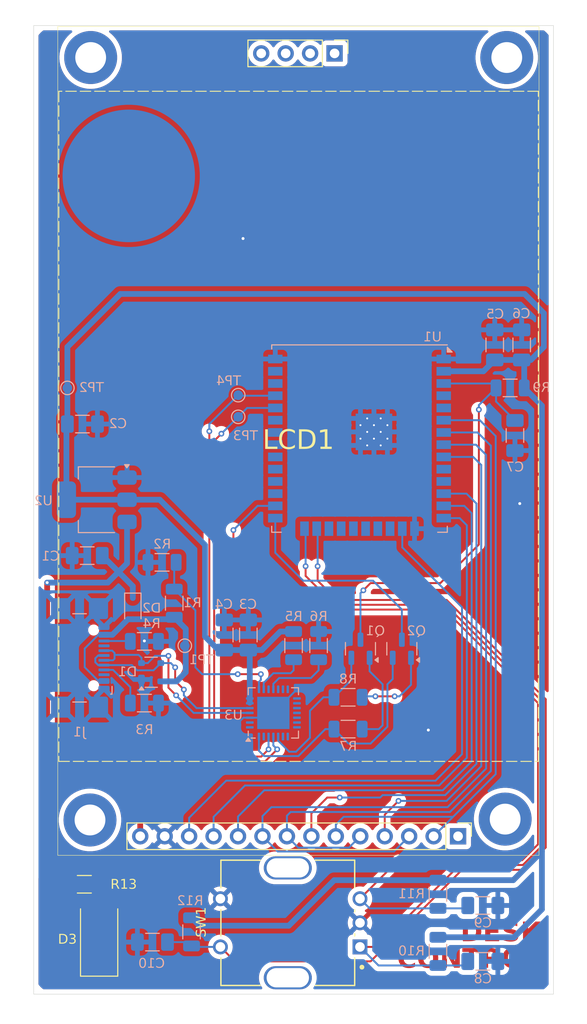
<source format=kicad_pcb>
(kicad_pcb (version 20241229) (generator "pcbnew") (generator_version "9.0")
  (layers (0 "F.Cu" signal) (2 "B.Cu" signal) (13 "F.Paste" user) (15 "B.Paste" user) (5 "F.SilkS" user "F.Silkscreen") (7 "B.SilkS" user "B.Silkscreen") (1 "F.Mask" user) (3 "B.Mask" user) (25 "Edge.Cuts" user))
  (net 0 "")
  (net 1 "GND")
  (net 2 "+5V")
  (net 3 "+3.3V")
  (net 4 "EN")
  (net 5 "ROT_1")
  (net 6 "ROT_2")
  (net 7 "ROT_BTN")
  (net 8 "USB_DP")
  (net 9 "USB_DN")
  (net 10 "USB_VBUS")
  (net 11 "Net-(D3-A)")
  (net 12 "Net-(J1-CC1)")
  (net 13 "Net-(J1-CC2)")
  (net 16 "LCD_DC")
  (net 17 "LCD_SDI")
  (net 18 "LCD_SDO")
  (net 19 "LCD_CS")
  (net 21 "LCD_SCK")
  (net 22 "LCD_LED")
  (net 24 "LCD_RESET")
  (net 28 "TOUCH_CS")
  (net 29 "~{RTS}")
  (net 30 "Net-(Q1-B)")
  (net 31 "Net-(Q2-B)")
  (net 32 "IO0")
  (net 33 "~{DTR}")
  (net 34 "Net-(U3-VBUS)")
  (net 35 "Net-(U3-~{RST})")
  (net 36 "Net-(U3-~{SUSPEND})")
  (net 40 "TXD")
  (net 50 "RXD")
  (footprint "LED_SMD:LED_2512_6332Metric" (layer "F.Cu") (at 62.8 139.7 90)
    (property "Reference" "D3")
    (property "Value" "LED")
  )
  (footprint "Custom:LCD_2.8_TFT" (layer "F.Cu") (at 83.5 88 -90)
    (property "Reference" "LCD1")
    (property "Value" "LCD_2.8IN_TFT" (hide yes))
  )
  (footprint "Custom:Bourns-PEC11R-4220F-S0024-0-0-0" (layer "F.Cu") (at 82.4 138 90)
    (property "Reference" "SW1")
    (property "Value" "RotaryEncoder_Switch" (hide yes))
  )
  (footprint "Resistor_SMD:R_1206_3216Metric" (layer "F.Cu") (at 61.2625 134 180)
    (property "Reference" "R13")
    (property "Value" "2k")
  )
  (footprint "Capacitor_SMD:C_1206_3216Metric_Pad1.33x1.80mm_HandSolder" (layer "B.Cu") (at 106 87.4375 -90)
    (property "Reference" "C7")
    (property "Value" "0u1")
  )
  (footprint "Resistor_SMD:R_1206_3216Metric" (layer "B.Cu") (at 105.5 82.5 180)
    (property "Reference" "R9")
    (property "Value" "10k")
  )
  (footprint "Capacitor_SMD:C_1206_3216Metric_Pad1.33x1.80mm_HandSolder" (layer "B.Cu") (at 61.0625 86.25)
    (property "Reference" "C2")
    (property "Value" "22u")
  )
  (footprint "Resistor_SMD:R_1206_3216Metric" (layer "B.Cu") (at 88.6625 117.9)
    (property "Reference" "R7")
    (property "Value" "10k")
  )
  (footprint "Capacitor_SMD:C_1206_3216Metric_Pad1.33x1.80mm_HandSolder" (layer "B.Cu") (at 68.3375 140 180)
    (property "Reference" "C10")
    (property "Value" "0u1")
  )
  (footprint "Resistor_SMD:R_1206_3216Metric" (layer "B.Cu") (at 69.3375 100.6)
    (property "Reference" "R2")
    (property "Value" "47k5")
  )
  (footprint "TestPoint:TestPoint_Pad_D1.0mm" (layer "B.Cu") (at 77.25 85.5 180)
    (property "Reference" "TP3")
    (property "Value" "TestPoint_Probe" (hide yes))
  )
  (footprint "Resistor_SMD:R_1206_3216Metric" (layer "B.Cu") (at 98 140.9625 -90)
    (property "Reference" "R10")
    (property "Value" "10k")
  )
  (footprint "TestPoint:TestPoint_Pad_D1.0mm" (layer "B.Cu") (at 59.5 82.5 180)
    (property "Reference" "TP2")
    (property "Value" "TestPoint_Probe" (hide yes))
  )
  (footprint "Capacitor_SMD:C_1206_3216Metric_Pad1.33x1.80mm_HandSolder" (layer "B.Cu") (at 61.5625 99.9 180)
    (property "Reference" "C1")
    (property "Value" "22u")
  )
  (footprint "Capacitor_SMD:C_1206_3216Metric_Pad1.33x1.80mm_HandSolder" (layer "B.Cu") (at 106.7 78.0375 -90)
    (property "Reference" "C6")
    (property "Value" "0u1")
  )
  (footprint "Resistor_SMD:R_1206_3216Metric" (layer "B.Cu") (at 85.6 109.2375 90)
    (property "Reference" "R6")
    (property "Value" "10k")
  )
  (footprint "Capacitor_SMD:C_1206_3216Metric_Pad1.33x1.80mm_HandSolder" (layer "B.Cu") (at 103.9 78.0375 -90)
    (property "Reference" "C5")
    (property "Value" "22u")
  )
  (footprint "Package_TO_SOT_SMD:SOT-23" (layer "B.Cu") (at 89.95 109.5625 90)
    (property "Reference" "Q1")
    (property "Value" "SS8050")
  )
  (footprint "Resistor_SMD:R_1206_3216Metric" (layer "B.Cu") (at 70.6 104.8375 90)
    (property "Reference" "R1")
    (property "Value" "22k1")
  )
  (footprint "Resistor_SMD:R_1206_3216Metric" (layer "B.Cu") (at 67.5 108.8)
    (property "Reference" "R4")
    (property "Value" "5k1")
  )
  (footprint "Capacitor_SMD:C_1206_3216Metric_Pad1.33x1.80mm_HandSolder" (layer "B.Cu") (at 102.6625 136.2)
    (property "Reference" "C9")
    (property "Value" "0u1")
  )
  (footprint "Resistor_SMD:R_1206_3216Metric" (layer "B.Cu") (at 98 135.0375 -90)
    (property "Reference" "R11")
    (property "Value" "10k")
  )
  (footprint "Diode_SMD:D_SOD-323F" (layer "B.Cu") (at 66.3 105.4 -90)
    (property "Reference" "D2")
    (property "Value" "D_Schottky")
  )
  (footprint "Resistor_SMD:R_1206_3216Metric" (layer "B.Cu") (at 67.5 115.2 180)
    (property "Reference" "R3")
    (property "Value" "5k1")
  )
  (footprint "RF_Module:ESP32-WROOM-32U" (layer "B.Cu") (at 89.85 87.755 180)
    (property "Reference" "U1")
    (property "Value" "ESP32-WROOM-32U")
  )
  (footprint "Package_TO_SOT_SMD:SOT-23" (layer "B.Cu") (at 94.25 109.5625 90)
    (property "Reference" "Q2")
    (property "Value" "SS8050")
  )
  (footprint "Capacitor_SMD:C_1206_3216Metric_Pad1.33x1.80mm_HandSolder" (layer "B.Cu") (at 102.6625 142)
    (property "Reference" "C8")
    (property "Value" "0u1")
  )
  (footprint "TestPoint:TestPoint_Pad_D1.0mm" (layer "B.Cu") (at 71.7 109.25 180)
    (property "Reference" "TP1")
    (property "Value" "TestPoint_Probe" (hide yes))
  )
  (footprint "Package_DFN_QFN:QFN-28-1EP_5x5mm_P0.5mm_EP3.35x3.35mm" (layer "B.Cu") (at 80.9 116.22)
    (property "Reference" "U3")
    (property "Value" "CP2102N-Axx-xQFN28")
  )
  (footprint "Package_TO_SOT_SMD:SOT-223-3_TabPin2" (layer "B.Cu") (at 62.55 94.1 180)
    (property "Reference" "U2")
    (property "Value" "AMS1117-3.3")
  )
  (footprint "Capacitor_SMD:C_1206_3216Metric_Pad1.33x1.80mm_HandSolder" (layer "B.Cu") (at 78.3 108.1375 -90)
    (property "Reference" "C3")
    (property "Value" "4u7")
  )
  (footprint "Connector_USB:USB_C_Receptacle_GCT_USB4110" (layer "B.Cu") (at 59.625 110.51 90)
    (property "Reference" "J1")
    (property "Value" "USB_C_Receptacle_USB2.0_16P")
  )
  (footprint "Resistor_SMD:R_1206_3216Metric" (layer "B.Cu") (at 88.6625 114.6)
    (property "Reference" "R8")
    (property "Value" "10k")
  )
  (footprint "Package_TO_SOT_SMD:SOT-143" (layer "B.Cu") (at 68.2 112)
    (property "Reference" "D1")
    (property "Value" "SP0503BAHT")
  )
  (footprint "Capacitor_SMD:C_1206_3216Metric_Pad1.33x1.80mm_HandSolder" (layer "B.Cu") (at 75.8 108.1375 90)
    (property "Reference" "C4")
    (property "Value" "0u1")
  )
  (footprint "TestPoint:TestPoint_Pad_D1.0mm" (layer "B.Cu") (at 77.25 83.25 180)
    (property "Reference" "TP4")
    (property "Value" "TestPoint_Probe" (hide yes))
  )
  (footprint "Resistor_SMD:R_1206_3216Metric" (layer "B.Cu") (at 83 109.2375 -90)
    (property "Reference" "R5")
    (property "Value" "1k")
  )
  (footprint "Resistor_SMD:R_1206_3216Metric" (layer "B.Cu") (at 72.4 138.9375 -90)
    (property "Reference" "R12")
    (property "Value" "10k")
  )
  (gr_circle (center 65.877175 60.5) (end 65.679997 53.625652) (fill yes) (layer "B.Cu"))
  (gr_rect (start 56 44.9) (end 110 145.4) (stroke (width 0.05)) (fill no) (layer "Edge.Cuts"))
  (gr_text "DESK\n" (at 108.75 140.25 0) (layer "F.Cu") (effects (font (size 2 2) (thickness 0.3) (bold yes)) (justify right bottom)))
  (gr_text "CONTROL" (at 108.75 143 0) (layer "F.Cu") (effects (font (size 2 2) (thickness 0.3) (bold yes)) (justify right bottom)))
  (via (at 77.75 67) (size 0.6) (drill 0.3) (layers "F.Cu" "B.Cu") (net 1))
  (via (at 97 118) (size 0.6) (drill 0.3) (layers "F.Cu" "B.Cu") (net 1))
  (via (at 106.5 94.5) (size 0.6) (drill 0.3) (layers "F.Cu" "B.Cu") (net 1))
  (via (at 67.5 108.75) (size 0.6) (drill 0.3) (layers "F.Cu" "B.Cu") (net 1))
  (segment (start 80.4 116.72) (end 80.9 116.22) (width 0.2) (layer "B.Cu") (net 1))
  (segment (start 83.5 113.75) (end 83.37 113.75) (width 0.2) (layer "B.Cu") (net 1))
  (segment (start 78.45 116.72) (end 80.4 116.72) (width 0.2) (layer "B.Cu") (net 1))
  (segment (start 77.78 116.72) (end 77.5 117) (width 0.2) (layer "B.Cu") (net 1))
  (segment (start 83.37 113.75) (end 80.9 116.22) (width 0.2) (layer "B.Cu") (net 1))
  (segment (start 78.45 116.72) (end 77.78 116.72) (width 0.2) (layer "B.Cu") (net 1))
  (segment (start 57.4 102.7) (end 57.4 123.2) (width 0.6) (layer "F.Cu") (net 2))
  (segment (start 57.4 132.9) (end 58.5 134) (width 0.6) (layer "F.Cu") (net 2))
  (segment (start 67.07 126.47) (end 63.8 123.2) (width 0.6) (layer "F.Cu") (net 2))
  (segment (start 58.5 134) (end 59.8 134) (width 0.6) (layer "F.Cu") (net 2))
  (segment (start 57.4 123.2) (end 57.4 132.9) (width 0.6) (layer "F.Cu") (net 2))
  (segment (start 67.07 129.02) (end 67.07 126.47) (width 0.6) (layer "F.Cu") (net 2))
  (segment (start 57.4 123.2) (end 63.8 123.2) (width 0.6) (layer "F.Cu") (net 2))
  (via (at 57.4 102.7) (size 0.6) (drill 0.3) (layers "F.Cu" "B.Cu") (net 2))
  (segment (start 66.3 103.075) (end 64.8125 101.5875) (width 0.6) (layer "B.Cu") (net 2))
  (segment (start 66.3 104.3) (end 66.3 103.075) (width 0.6) (layer "B.Cu") (net 2))
  (segment (start 65.7 100.7) (end 65.7 96.4) (width 0.6) (layer "B.Cu") (net 2))
  (segment (start 63.7 102.7) (end 57.4 102.7) (width 0.6) (layer "B.Cu") (net 2))
  (segment (start 64.8125 101.5875) (end 65.7 100.7) (width 0.6) (layer "B.Cu") (net 2))
  (segment (start 64.8125 101.5875) (end 63.7 102.7) (width 0.6) (layer "B.Cu") (net 2))
  (segment (start 64.8125 101.5875) (end 63.125 99.9) (width 0.6) (layer "B.Cu") (net 2))
  (segment (start 98 139.5) (end 105.9 139.5) (width 0.6) (layer "B.Cu") (net 3))
  (segment (start 69.1 94.1) (end 65.7 94.1) (width 0.6) (layer "B.Cu") (net 3))
  (segment (start 83 107.775) (end 81.625 107.775) (width 0.6) (layer "B.Cu") (net 3))
  (segment (start 106.9625 82.5) (end 106.9625 79.8625) (width 0.6) (layer "B.Cu") (net 3))
  (segment (start 73.8 98.8) (end 69.1 94.1) (width 0.6) (layer "B.Cu") (net 3))
  (segment (start 98 133.575) (end 87.225 133.575) (width 0.6) (layer "B.Cu") (net 3))
  (segment (start 108.8 130.6) (end 108.8 84.3375) (width 0.6) (layer "B.Cu") (net 3))
  (segment (start 105.9 139.5) (end 108.8 136.6) (width 0.6) (layer "B.Cu") (net 3))
  (segment (start 75.8 109.7) (end 75.2 109.7) (width 0.6) (layer "B.Cu") (net 3))
  (segment (start 59.5 86.25) (end 59.5 78.25) (width 0.6) (layer "B.Cu") (net 3))
  (segment (start 73.8 108.3) (end 73.8 98.8) (width 0.6) (layer "B.Cu") (net 3))
  (segment (start 59.5 78.25) (end 65 72.75) (width 0.6) (layer "B.Cu") (net 3))
  (segment (start 109 78.25) (end 107.65 79.6) (width 0.6) (layer "B.Cu") (net 3))
  (segment (start 106.9625 79.8625) (end 106.7 79.6) (width 0.6) (layer "B.Cu") (net 3))
  (segment (start 78.45 114.72) (end 78.45 115.167) (width 0.6) (layer "B.Cu") (net 3))
  (segment (start 107.65 79.6) (end 106.7 79.6) (width 0.6) (layer "B.Cu") (net 3))
  (segment (start 87.225 133.575) (end 82.5 138.3) (width 0.6) (layer "B.Cu") (net 3))
  (segment (start 59.4 94.1) (end 59.4 86.025) (width 0.6) (layer "B.Cu") (net 3))
  (segment (start 98 133.575) (end 105.825 133.575) (width 0.6) (layer "B.Cu") (net 3))
  (segment (start 103.9 79.6) (end 102.73 80.77) (width 0.6) (layer "B.Cu") (net 3))
  (segment (start 108.8 84.3375) (end 106.9625 82.5) (width 0.6) (layer "B.Cu") (net 3))
  (segment (start 82.5 138.3) (end 73.225 138.3) (width 0.6) (layer "B.Cu") (net 3))
  (segment (start 105.825 133.575) (end 108.8 130.6) (width 0.6) (layer "B.Cu") (net 3))
  (segment (start 75.2 109.7) (end 73.8 108.3) (width 0.6) (layer "B.Cu") (net 3))
  (segment (start 59.4 94.1) (end 65.7 94.1) (width 0.6) (layer "B.Cu") (net 3))
  (segment (start 78.45 109.85) (end 78.3 109.7) (width 0.6) (layer "B.Cu") (net 3))
  (segment (start 108.8 136.6) (end 108.8 130.6) (width 0.6) (layer "B.Cu") (net 3))
  (segment (start 73.225 138.3) (end 72.4 137.475) (width 0.6) (layer "B.Cu") (net 3))
  (segment (start 78.45 114.72) (end 78.45 109.85) (width 0.6) (layer "B.Cu") (net 3))
  (segment (start 109 74.75) (end 109 78.25) (width 0.6) (layer "B.Cu") (net 3))
  (segment (start 107 72.75) (end 109 74.75) (width 0.6) (layer "B.Cu") (net 3))
  (segment (start 102.73 80.77) (end 98.6 80.77) (width 0.6) (layer "B.Cu") (net 3))
  (segment (start 79.7 109.7) (end 78.3 109.7) (width 0.6) (layer "B.Cu") (net 3))
  (segment (start 81.625 107.775) (end 79.7 109.7) (width 0.6) (layer "B.Cu") (net 3))
  (segment (start 65 72.75) (end 107 72.75) (width 0.6) (layer "B.Cu") (net 3))
  (segment (start 78.3 109.7) (end 75.8 109.7) (width 0.6) (layer "B.Cu") (net 3))
  (segment (start 106.7 79.6) (end 103.9 79.6) (width 0.6) (layer "B.Cu") (net 3))
  (segment (start 102.25 98.75) (end 102.25 84.75) (width 0.2) (layer "F.Cu") (net 4))
  (segment (start 98.25 102.75) (end 102.25 98.75) (width 0.2) (layer "F.Cu") (net 4))
  (segment (start 90.25 103.5) (end 91 102.75) (width 0.2) (layer "F.Cu") (net 4))
  (segment (start 91 102.75) (end 98.25 102.75) (width 0.2) (layer "F.Cu") (net 4))
  (via (at 90.25 103.5) (size 0.6) (drill 0.3) (layers "F.Cu" "B.Cu") (net 4))
  (via (at 102.25 84.75) (size 0.6) (drill 0.3) (layers "F.Cu" "B.Cu") (net 4))
  (segment (start 104.0375 82.5) (end 104.0375 83.9125) (width 0.2) (layer "B.Cu") (net 4))
  (segment (start 104.0375 83.9125) (end 106 85.875) (width 0.2) (layer "B.Cu") (net 4))
  (segment (start 102.25 84.2875) (end 104.0375 82.5) (width 0.2) (layer "B.Cu") (net 4))
  (segment (start 89.95 108.625) (end 89.95 103.8) (width 0.2) (layer "B.Cu") (net 4))
  (segment (start 89.95 103.8) (end 90.25 103.5) (width 0.2) (layer "B.Cu") (net 4))
  (segment (start 98.6 82.04) (end 103.5775 82.04) (width 0.2) (layer "B.Cu") (net 4))
  (segment (start 102.25 84.75) (end 102.25 84.2875) (width 0.2) (layer "B.Cu") (net 4))
  (segment (start 103.5775 82.04) (end 104.0375 82.5) (width 0.2) (layer "B.Cu") (net 4))
  (segment (start 100.25 132) (end 91.75 140.5) (width 0.2) (layer "F.Cu") (net 5))
  (segment (start 108.8 115) (end 108.8 130.0171) (width 0.2) (layer "F.Cu") (net 5))
  (segment (start 108.8 130.0171) (end 106.8171 132) (width 0.2) (layer "F.Cu") (net 5))
  (segment (start 84.25 102) (end 87.25 105) (width 0.2) (layer "F.Cu") (net 5))
  (segment (start 106.8171 132) (end 100.25 132) (width 0.2) (layer "F.Cu") (net 5))
  (segment (start 84.25 101) (end 84.25 102) (width 0.2) (layer "F.Cu") (net 5))
  (segment (start 87.25 105) (end 98.8 105) (width 0.2) (layer "F.Cu") (net 5))
  (segment (start 98.8 105) (end 108.8 115) (width 0.2) (layer "F.Cu") (net 5))
  (segment (start 91.75 140.5) (end 89.9 140.5) (width 0.2) (layer "F.Cu") (net 5))
  (via (at 84.25 101) (size 0.6) (drill 0.3) (layers "F.Cu" "B.Cu") (net 5))
  (segment (start 91.825 142.425) (end 89.9 140.5) (width 0.2) (layer "B.Cu") (net 5))
  (segment (start 84.25 101) (end 84.25 97.22) (width 0.2) (layer "B.Cu") (net 5))
  (segment (start 100.675 142.425) (end 101.1 142) (width 0.2) (layer "B.Cu") (net 5))
  (segment (start 101.2 142) (end 101 142) (width 0.2) (layer "B.Cu") (net 5))
  (segment (start 84.25 97.22) (end 84.135 97.105) (width 0.2) (layer "B.Cu") (net 5))
  (segment (start 98 142.425) (end 91.825 142.425) (width 0.2) (layer "B.Cu") (net 5))
  (segment (start 98 142.425) (end 100.675 142.425) (width 0.2) (layer "B.Cu") (net 5))
  (segment (start 99.2 106) (end 98.75 106) (width 0.2) (layer "F.Cu") (net 6))
  (segment (start 76.75 98.5) (end 76.75 97.25) (width 0.2) (layer "F.Cu") (net 6))
  (segment (start 93.9 131.5) (end 106.75 131.5) (width 0.2) (layer "F.Cu") (net 6))
  (segment (start 83.75 105.5) (end 76.75 98.5) (width 0.2) (layer "F.Cu") (net 6))
  (segment (start 98.25 105.5) (end 83.75 105.5) (width 0.2) (layer "F.Cu") (net 6))
  (segment (start 108.4 129.85) (end 108.4 115.2) (width 0.2) (layer "F.Cu") (net 6))
  (segment (start 108.4 115.2) (end 99.2 106) (width 0.2) (layer "F.Cu") (net 6))
  (segment (start 89.9 135.5) (end 93.9 131.5) (width 0.2) (layer "F.Cu") (net 6))
  (segment (start 106.75 131.5) (end 108.4 129.85) (width 0.2) (layer "F.Cu") (net 6))
  (segment (start 98.75 106) (end 98.25 105.5) (width 0.2) (layer "F.Cu") (net 6))
  (via (at 76.75 97.25) (size 0.6) (drill 0.3) (layers "F.Cu" "B.Cu") (net 6))
  (segment (start 100.8 136.5) (end 101.1 136.2) (width 0.2) (layer "B.Cu") (net 6))
  (segment (start 76.75 97.25) (end 79.26 94.74) (width 0.2) (layer "B.Cu") (net 6))
  (segment (start 79.26 94.74) (end 81.1 94.74) (width 0.2) (layer "B.Cu") (net 6))
  (segment (start 98 136.5) (end 100.8 136.5) (width 0.2) (layer "B.Cu") (net 6))
  (segment (start 90.9 136.5) (end 89.9 135.5) (width 0.2) (layer "B.Cu") (net 6))
  (segment (start 98 136.5) (end 90.9 136.5) (width 0.2) (layer "B.Cu") (net 6))
  (segment (start 106.9 132.5) (end 100.5 132.5) (width 0.2) (layer "F.Cu") (net 7))
  (segment (start 100.5 132.5) (end 91 142) (width 0.2) (layer "F.Cu") (net 7))
  (segment (start 109 130.3842) (end 109 130.4) (width 0.2) (layer "F.Cu") (net 7))
  (segment (start 109.2 130.1842) (end 109 130.3842) (width 0.2) (layer "F.Cu") (net 7))
  (segment (start 109.2 114.8) (end 109.2 130.1842) (width 0.2) (layer "F.Cu") (net 7))
  (segment (start 85.5 101) (end 85.5 102.5) (width 0.2) (layer "F.Cu") (net 7))
  (segment (start 91 142) (end 76.9 142) (width 0.2) (layer "F.Cu") (net 7))
  (segment (start 85.5 102.5) (end 87.5 104.5) (width 0.2) (layer "F.Cu") (net 7))
  (segment (start 98.9 104.5) (end 109.2 114.8) (width 0.2) (layer "F.Cu") (net 7))
  (segment (start 76.9 142) (end 75.4 140.5) (width 0.2) (layer "F.Cu") (net 7))
  (segment (start 109 130.4) (end 106.9 132.5) (width 0.2) (layer "F.Cu") (net 7))
  (segment (start 87.5 104.5) (end 98.9 104.5) (width 0.2) (layer "F.Cu") (net 7))
  (via (at 85.5 101) (size 0.6) (drill 0.3) (layers "F.Cu" "B.Cu") (net 7))
  (segment (start 72.2 140.4) (end 71.8 140) (width 0.2) (layer "B.Cu") (net 7))
  (segment (start 85.5 97.2) (end 85.405 97.105) (width 0.2) (layer "B.Cu") (net 7))
  (segment (start 72.5 140.5) (end 72.4 140.4) (width 0.2) (layer "B.Cu") (net 7))
  (segment (start 72.4 140.4) (end 72.2 140.4) (width 0.2) (layer "B.Cu") (net 7))
  (segment (start 75.4 140.5) (end 72.5 140.5) (width 0.2) (layer "B.Cu") (net 7))
  (segment (start 71.8 140) (end 69.9 140) (width 0.2) (layer "B.Cu") (net 7))
  (segment (start 85.5 101) (end 85.5 97.2) (width 0.2) (layer "B.Cu") (net 7))
  (segment (start 70.8 114.4) (end 70 113.6) (width 0.2) (layer "F.Cu") (net 8))
  (segment (start 70 113.6) (end 70 110.3) (width 0.2) (layer "F.Cu") (net 8))
  (via (at 70.8 114.4) (size 0.6) (drill 0.3) (layers "F.Cu" "B.Cu") (net 8))
  (via (at 70 110.3) (size 0.6) (drill 0.3) (layers "F.Cu" "B.Cu") (net 8))
  (segment (start 66.9 110.2) (end 67.2 110.5) (width 0.2) (layer "B.Cu") (net 8))
  (segment (start 64.4 110) (end 64.16 109.76) (width 0.2) (layer "B.Cu") (net 8))
  (segment (start 68.6 110.3) (end 70 110.3) (width 0.2) (layer "B.Cu") (net 8))
  (segment (start 64.24 110.76) (end 64.4 110.6) (width 0.2) (layer "B.Cu") (net 8))
  (segment (start 63.305 110.76) (end 64.24 110.76) (width 0.2) (layer "B.Cu") (net 8))
  (segment (start 66.9 110.2) (end 64.4 110.2) (width 0.2) (layer "B.Cu") (net 8))
  (segment (start 64.16 109.76) (end 63.305 109.76) (width 0.2) (layer "B.Cu") (net 8))
  (segment (start 67.85 111.05) (end 68.6 110.3) (width 0.2) (layer "B.Cu") (net 8))
  (segment (start 67.2 110.5) (end 67.2 111.05) (width 0.2) (layer "B.Cu") (net 8))
  (segment (start 64.4 110.6) (end 64.4 110.2) (width 0.2) (layer "B.Cu") (net 8))
  (segment (start 70.8 114.4) (end 72.62 116.22) (width 0.2) (layer "B.Cu") (net 8))
  (segment (start 67.2 111.05) (end 67.85 111.05) (width 0.2) (layer "B.Cu") (net 8))
  (segment (start 64.4 110.2) (end 64.4 110) (width 0.2) (layer "B.Cu") (net 8))
  (segment (start 72.62 116.22) (end 78.45 116.22) (width 0.2) (layer "B.Cu") (net 8))
  (segment (start 71.6 113.8) (end 70.7 112.9) (width 0.2) (layer "F.Cu") (net 9))
  (segment (start 70.7 112.9) (end 70.7 111.5) (width 0.2) (layer "F.Cu") (net 9))
  (via (at 71.6 113.8) (size 0.6) (drill 0.3) (layers "F.Cu" "B.Cu") (net 9))
  (via (at 70.7 111.5) (size 0.6) (drill 0.3) (layers "F.Cu" "B.Cu") (net 9))
  (segment (start 72.92 115.72) (end 78.45 115.72) (width 0.2) (layer "B.Cu") (net 9))
  (segment (start 71.6 114.4) (end 72.92 115.72) (width 0.2) (layer "B.Cu") (net 9))
  (segment (start 68.45 111.8) (end 66.74 111.8) (width 0.2) (layer "B.Cu") (net 9))
  (segment (start 62.696176 110.26) (end 63.305 110.26) (width 0.2) (layer "B.Cu") (net 9))
  (segment (start 62.696176 111.26) (end 62.4 110.963824) (width 0.2) (layer "B.Cu") (net 9))
  (segment (start 69.2 111.05) (end 68.45 111.8) (width 0.2) (layer "B.Cu") (net 9))
  (segment (start 69.2 111.05) (end 70.25 111.05) (width 0.2) (layer "B.Cu") (net 9))
  (segment (start 66.74 111.8) (end 66.2 111.26) (width 0.2) (layer "B.Cu") (net 9))
  (segment (start 62.4 110.556176) (end 62.696176 110.26) (width 0.2) (layer "B.Cu") (net 9))
  (segment (start 63.305 111.26) (end 62.696176 111.26) (width 0.2) (layer "B.Cu") (net 9))
  (segment (start 66.2 111.26) (end 63.305 111.26) (width 0.2) (layer "B.Cu") (net 9))
  (segment (start 71.6 113.8) (end 71.6 114.4) (width 0.2) (layer "B.Cu") (net 9))
  (segment (start 62.4 110.963824) (end 62.4 110.556176) (width 0.2) (layer "B.Cu") (net 9))
  (segment (start 70.25 111.05) (end 70.7 111.5) (width 0.2) (layer "B.Cu") (net 9))
  (segment (start 65.793253 106.5) (end 66.3 106.5) (width 0.6) (layer "B.Cu") (net 10))
  (segment (start 64.183253 108.11) (end 65.793253 106.5) (width 0.6) (layer "B.Cu") (net 10))
  (segment (start 63.305 112.91) (end 62.730001 112.91) (width 0.2) (layer "B.Cu") (net 10))
  (segment (start 71.8 112) (end 70.85 112.95) (width 0.6) (layer "B.Cu") (net 10))
  (segment (start 62.730001 108.11) (end 63.305 108.11) (width 0.2) (layer "B.Cu") (net 10))
  (segment (start 70.85 112.95) (end 69.2 112.95) (width 0.6) (layer "B.Cu") (net 10))
  (segment (start 61.3 109.540001) (end 62.730001 108.11) (width 0.2) (layer "B.Cu") (net 10))
  (segment (start 70.4 106.5) (end 70.6 106.3) (width 0.6) (layer "B.Cu") (net 10))
  (segment (start 71.8 107.5) (end 71.8 112) (width 0.6) (layer "B.Cu") (net 10))
  (segment (start 62.730001 112.91) (end 61.3 111.479999) (width 0.2) (layer "B.Cu") (net 10))
  (segment (start 63.305 108.11) (end 64.183253 108.11) (width 0.6) (layer "B.Cu") (net 10))
  (segment (start 70.6 106.3) (end 71.8 107.5) (width 0.6) (layer "B.Cu") (net 10))
  (segment (start 61.3 111.479999) (end 61.3 109.540001) (width 0.2) (layer "B.Cu") (net 10))
  (segment (start 66.3 106.5) (end 70.4 106.5) (width 0.6) (layer "B.Cu") (net 10))
  (segment (start 62.725 134) (end 62.725 136.725) (width 0.2) (layer "F.Cu") (net 11))
  (segment (start 62.725 136.725) (end 62.8 136.8) (width 0.2) (layer "F.Cu") (net 11))
  (segment (start 63.305 111.76) (end 64.25 111.76) (width 0.2) (layer "B.Cu") (net 12))
  (segment (start 66.0375 113.5475) (end 66.0375 115.2) (width 0.2) (layer "B.Cu") (net 12))
  (segment (start 64.25 111.76) (end 66.0375 113.5475) (width 0.2) (layer "B.Cu") (net 12))
  (segment (start 65.96 108.76) (end 66 108.8) (width 0.2) (layer "B.Cu") (net 13))
  (segment (start 63.305 108.76) (end 65.96 108.76) (width 0.2) (layer "B.Cu") (net 13))
  (segment (start 100.74 94.74) (end 98.6 94.74) (width 0.2) (layer "B.Cu") (net 16))
  (segment (start 101.5 95.5) (end 100.74 94.74) (width 0.2) (layer "B.Cu") (net 16))
  (segment (start 101.5 121.25) (end 101.5 95.5) (width 0.2) (layer "B.Cu") (net 16))
  (segment (start 77.23 126.97) (end 79.95 124.25) (width 0.2) (layer "B.Cu") (net 16))
  (segment (start 77.23 129.02) (end 77.23 126.97) (width 0.2) (layer "B.Cu") (net 16))
  (segment (start 79.95 124.25) (end 98.5 124.25) (width 0.2) (layer "B.Cu") (net 16))
  (segment (start 98.5 124.25) (end 101.5 121.25) (width 0.2) (layer "B.Cu") (net 16))
  (segment (start 79.77 129.02) (end 79.77 126.93) (width 0.2) (layer "B.Cu") (net 17))
  (segment (start 93.43 130.6) (end 81.35 130.6) (width 0.2) (layer "B.Cu") (net 17))
  (segment (start 101.945 88.39) (end 98.6 88.39) (width 0.2) (layer "B.Cu") (net 17))
  (segment (start 79.77 126.93) (end 80.7 126) (width 0.2) (layer "B.Cu") (net 17))
  (segment (start 81.35 130.6) (end 79.77 129.02) (width 0.2) (layer "B.Cu") (net 17))
  (segment (start 103 89.445) (end 101.945 88.39) (width 0.2) (layer "B.Cu") (net 17))
  (segment (start 103 122) (end 103 89.445) (width 0.2) (layer "B.Cu") (net 17))
  (segment (start 99 126) (end 103 122) (width 0.2) (layer "B.Cu") (net 17))
  (segment (start 80.7 126) (end 99 126) (width 0.2) (layer "B.Cu") (net 17))
  (segment (start 95.01 129.02) (end 93.43 130.6) (width 0.2) (layer "B.Cu") (net 17))
  (segment (start 102.35 85.85) (end 104 87.5) (width 0.2) (layer "B.Cu") (net 18))
  (segment (start 104 122.57) (end 97.55 129.02) (width 0.2) (layer "B.Cu") (net 18))
  (segment (start 88.2 127) (end 99.57 127) (width 0.2) (layer "B.Cu") (net 18))
  (segment (start 87.39 129.02) (end 87.39 127.81) (width 0.2) (layer "B.Cu") (net 18))
  (segment (start 98.6 85.85) (end 102.35 85.85) (width 0.2) (layer "B.Cu") (net 18))
  (segment (start 104 87.5) (end 104 122.57) (width 0.2) (layer "B.Cu") (net 18))
  (segment (start 87.39 127.81) (end 88.2 127) (width 0.2) (layer "B.Cu") (net 18))
  (segment (start 72.15 129.02) (end 72.15 127.1) (width 0.2) (layer "B.Cu") (net 19))
  (segment (start 97.75 123.25) (end 100.5 120.5) (width 0.2) (layer "B.Cu") (net 19))
  (segment (start 94.295 99.045) (end 94.295 97.105) (width 0.2) (layer "B.Cu") (net 19))
  (segment (start 76 123.25) (end 97.75 123.25) (width 0.2) (layer "B.Cu") (net 19))
  (segment (start 100.5 105.25) (end 94.295 99.045) (width 0.2) (layer "B.Cu") (net 19))
  (segment (start 100.5 120.5) (end 100.5 105.25) (width 0.2) (layer "B.Cu") (net 19))
  (segment (start 72.15 127.1) (end 76 123.25) (width 0.2) (layer "B.Cu") (net 19))
  (segment (start 103.5 122.25) (end 103.5 88.5) (width 0.2) (layer "B.Cu") (net 21))
  (segment (start 89.93 129.02) (end 88.75 130.2) (width 0.2) (layer "B.Cu") (net 21))
  (segment (start 82.31 126.89) (end 82.7 126.5) (width 0.2) (layer "B.Cu") (net 21))
  (segment (start 82.7 126.5) (end 99.25 126.5) (width 0.2) (layer "B.Cu") (net 21))
  (segment (start 83.49 130.2) (end 82.31 129.02) (width 0.2) (layer "B.Cu") (net 21))
  (segment (start 82.31 129.02) (end 82.31 126.89) (width 0.2) (layer "B.Cu") (net 21))
  (segment (start 88.75 130.2) (end 83.49 130.2) (width 0.2) (layer "B.Cu") (net 21))
  (segment (start 102.12 87.12) (end 98.6 87.12) (width 0.2) (layer "B.Cu") (net 21))
  (segment (start 99.25 126.5) (end 103.5 122.25) (width 0.2) (layer "B.Cu") (net 21))
  (segment (start 103.5 88.5) (end 102.12 87.12) (width 0.2) (layer "B.Cu") (net 21))
  (segment (start 87.8 125) (end 86.5 125) (width 0.2) (layer "F.Cu") (net 22))
  (segment (start 86.5 125) (end 84.85 126.65) (width 0.2) (layer "F.Cu") (net 22))
  (segment (start 84.85 126.65) (end 84.85 129.02) (width 0.2) (layer "F.Cu") (net 22))
  (via (at 87.8 125) (size 0.6) (drill 0.3) (layers "F.Cu" "B.Cu") (net 22))
  (segment (start 102 121.5) (end 102 94.5) (width 0.2) (layer "B.Cu") (net 22))
  (segment (start 98.75 124.75) (end 102 121.5) (width 0.2) (layer "B.Cu") (net 22))
  (segment (start 92.25 124.75) (end 98.75 124.75) (width 0.2) (layer "B.Cu") (net 22))
  (segment (start 102 94.5) (end 100.97 93.47) (width 0.2) (layer "B.Cu") (net 22))
  (segment (start 100.97 93.47) (end 98.6 93.47) (width 0.2) (layer "B.Cu") (net 22))
  (segment (start 92 125) (end 92.25 124.75) (width 0.2) (layer "B.Cu") (net 22))
  (segment (start 87.8 125) (end 92 125) (width 0.2) (layer "B.Cu") (net 22))
  (segment (start 77.95 123.75) (end 74.69 127.01) (width 0.2) (layer "B.Cu") (net 24))
  (segment (start 101 96.75) (end 101 120.875) (width 0.2) (layer "B.Cu") (net 24))
  (segment (start 100.26 96.01) (end 101 96.75) (width 0.2) (layer "B.Cu") (net 24))
  (segment (start 74.69 127.01) (end 74.69 129.02) (width 0.2) (layer "B.Cu") (net 24))
  (segment (start 101 120.875) (end 98.125 123.75) (width 0.2) (layer "B.Cu") (net 24))
  (segment (start 98.125 123.75) (end 77.95 123.75) (width 0.2) (layer "B.Cu") (net 24))
  (segment (start 98.6 96.01) (end 100.26 96.01) (width 0.2) (layer "B.Cu") (net 24))
  (segment (start 92.47 126.78) (end 92.47 129.02) (width 0.2) (layer "F.Cu") (net 28))
  (segment (start 93.9 125.35) (end 92.47 126.78) (width 0.2) (layer "F.Cu") (net 28))
  (via (at 93.9 125.35) (size 0.6) (drill 0.3) (layers "F.Cu" "B.Cu") (net 28))
  (segment (start 98.9 125.35) (end 98.925 125.325) (width 0.2) (layer "B.Cu") (net 28))
  (segment (start 101.66 89.66) (end 98.6 89.66) (width 0.2) (layer "B.Cu") (net 28))
  (segment (start 102.5 121.75) (end 102.5 90.5) (width 0.2) (layer "B.Cu") (net 28))
  (segment (start 102.5 90.5) (end 101.66 89.66) (width 0.2) (layer "B.Cu") (net 28))
  (segment (start 98.925 125.325) (end 102.5 121.75) (width 0.2) (layer "B.Cu") (net 28))
  (segment (start 93.9 125.35) (end 98.9 125.35) (width 0.2) (layer "B.Cu") (net 28))
  (segment (start 89 112.8) (end 89 110.5) (width 0.2) (layer "B.Cu") (net 29))
  (segment (start 84.7 118.8) (end 84.7 116) (width 0.2) (layer "B.Cu") (net 29))
  (segment (start 87.2 114.6) (end 89 112.8) (width 0.2) (layer "B.Cu") (net 29))
  (segment (start 83.25 120.25) (end 84.7 118.8) (width 0.2) (layer "B.Cu") (net 29))
  (segment (start 82.55 120.25) (end 83.25 120.25) (width 0.2) (layer "B.Cu") (net 29))
  (segment (start 81.4 119.1) (end 82.55 120.25) (width 0.2) (layer "B.Cu") (net 29))
  (segment (start 88.8 110.5) (end 89 110.5) (width 0.2) (layer "B.Cu") (net 29))
  (segment (start 86.1 114.6) (end 87.2 114.6) (width 0.2) (layer "B.Cu") (net 29))
  (segment (start 84.7 116) (end 86.1 114.6) (width 0.2) (layer "B.Cu") (net 29))
  (segment (start 81.4 118.67) (end 81.4 119.1) (width 0.2) (layer "B.Cu") (net 29))
  (segment (start 90.9 111.9) (end 90.9 110.5) (width 0.2) (layer "B.Cu") (net 30))
  (segment (start 92.25 113.25) (end 90.9 111.9) (width 0.2) (layer "B.Cu") (net 30))
  (segment (start 92.25 117.5) (end 92.25 113.25) (width 0.2) (layer "B.Cu") (net 30))
  (segment (start 91.85 117.9) (end 92.25 117.5) (width 0.2) (layer "B.Cu") (net 30))
  (segment (start 90.125 117.9) (end 91.85 117.9) (width 0.2) (layer "B.Cu") (net 30))
  (segment (start 93.5 114.5) (end 91.5 114.5) (width 0.2) (layer "F.Cu") (net 31))
  (via (at 93.5 114.5) (size 0.6) (drill 0.3) (layers "F.Cu" "B.Cu") (net 31))
  (via (at 91.5 114.5) (size 0.6) (drill 0.3) (layers "F.Cu" "B.Cu") (net 31))
  (segment (start 94 114.5) (end 93.5 114.5) (width 0.2) (layer "B.Cu") (net 31))
  (segment (start 91.5 114.5) (end 90.225 114.5) (width 0.2) (layer "B.Cu") (net 31))
  (segment (start 90.225 114.5) (end 90.125 114.6) (width 0.2) (layer "B.Cu") (net 31))
  (segment (start 95.2 113.3) (end 94 114.5) (width 0.2) (layer "B.Cu") (net 31))
  (segment (start 95.2 110.5) (end 95.2 113.3) (width 0.2) (layer "B.Cu") (net 31))
  (segment (start 84 102.5) (end 81.1 99.6) (width 0.2) (layer "B.Cu") (net 32))
  (segment (start 91.25 102.5) (end 84 102.5) (width 0.2) (layer "B.Cu") (net 32))
  (segment (start 81.1 99.6) (end 81.1 96.01) (width 0.2) (layer "B.Cu") (net 32))
  (segment (start 94.25 105.5) (end 91.25 102.5) (width 0.2) (layer "B.Cu") (net 32))
  (segment (start 94.25 108.625) (end 94.25 105.5) (width 0.2) (layer "B.Cu") (net 32))
  (segment (start 87.2 117.9) (end 88.7 119.4) (width 0.2) (layer "B.Cu") (net 33))
  (segment (start 92.75 117.65) (end 92.75 113.25) (width 0.2) (layer "B.Cu") (net 33))
  (segment (start 83.5 120.7) (end 86.3 117.9) (width 0.2) (layer "B.Cu") (net 33))
  (segment (start 79.4 118.67) (end 79.4 120.15) (width 0.2) (layer "B.Cu") (net 33))
  (segment (start 79.4 120.15) (end 79.95 120.7) (width 0.2) (layer "B.Cu") (net 33))
  (segment (start 93.3 112.7) (end 93.3 110.5) (width 0.2) (layer "B.Cu") (net 33))
  (segment (start 88.7 119.4) (end 91 119.4) (width 0.2) (layer "B.Cu") (net 33))
  (segment (start 86.3 117.9) (end 87.2 117.9) (width 0.2) (layer "B.Cu") (net 33))
  (segment (start 91 119.4) (end 92.75 117.65) (width 0.2) (layer "B.Cu") (net 33))
  (segment (start 92.75 113.25) (end 93.3 112.7) (width 0.2) (layer "B.Cu") (net 33))
  (segment (start 79.95 120.7) (end 83.5 120.7) (width 0.2) (layer "B.Cu") (net 33))
  (segment (start 79.6 112.2) (end 77.2 112.2) (width 0.2) (layer "F.Cu") (net 34))
  (via (at 79.6 112.2) (size 0.6) (drill 0.3) (layers "F.Cu" "B.Cu") (net 34))
  (via (at 77.2 112.2) (size 0.6) (drill 0.3) (layers "F.Cu" "B.Cu") (net 34))
  (segment (start 79.6 112.8) (end 79.6 112.2) (width 0.2) (layer "B.Cu") (net 34))
  (segment (start 70.6 103.375) (end 70.6 100.8) (width 0.2) (layer "B.Cu") (net 34))
  (segment (start 79.4 113) (end 79.6 112.8) (width 0.2) (layer "B.Cu") (net 34))
  (segment (start 72.8 111.5) (end 72.8 105.575) (width 0.2) (layer "B.Cu") (net 34))
  (segment (start 77.2 112.2) (end 73.5 112.2) (width 0.2) (layer "B.Cu") (net 34))
  (segment (start 72.8 105.575) (end 70.6 103.375) (width 0.2) (layer "B.Cu") (net 34))
  (segment (start 73.5 112.2) (end 72.8 111.5) (width 0.2) (layer "B.Cu") (net 34))
  (segment (start 79.4 113.77) (end 79.4 113) (width 0.2) (layer "B.Cu") (net 34))
  (segment (start 70.6 100.8) (end 70.8 100.6) (width 0.2) (layer "B.Cu") (net 34))
  (segment (start 80.9 112.1) (end 79.9 113.1) (width 0.2) (layer "B.Cu") (net 35))
  (segment (start 83 111.8) (end 82.7 112.1) (width 0.2) (layer "B.Cu") (net 35))
  (segment (start 83 110.7) (end 83 111.8) (width 0.2) (layer "B.Cu") (net 35))
  (segment (start 79.9 113.1) (end 79.9 113.77) (width 0.2) (layer "B.Cu") (net 35))
  (segment (start 82.7 112.1) (end 80.9 112.1) (width 0.2) (layer "B.Cu") (net 35))
  (segment (start 85.6 111.8) (end 84.8 112.6) (width 0.2) (layer "B.Cu") (net 36))
  (segment (start 85.6 110.7375) (end 85.6 111.8) (width 0.2) (layer "B.Cu") (net 36))
  (segment (start 84.8 112.6) (end 81.5 112.6) (width 0.2) (layer "B.Cu") (net 36))
  (segment (start 81.5 112.6) (end 80.9 113.2) (width 0.2) (layer "B.Cu") (net 36))
  (segment (start 80.9 113.2) (end 80.9 113.77) (width 0.2) (layer "B.Cu") (net 36))
  (segment (start 79.65 120.75) (end 80.4 120) (width 0.2) (layer "F.Cu") (net 40))
  (segment (start 75.5 87.25) (end 74.75 88) (width 0.2) (layer "F.Cu") (net 40))
  (segment (start 74.75 88) (end 74.75 119.75) (width 0.2) (layer "F.Cu") (net 40))
  (segment (start 75.75 120.75) (end 79.65 120.75) (width 0.2) (layer "F.Cu") (net 40))
  (segment (start 74.75 119.75) (end 75.75 120.75) (width 0.2) (layer "F.Cu") (net 40))
  (via (at 80.4 120) (size 0.6) (drill 0.3) (layers "F.Cu" "B.Cu") (net 40))
  (via (at 75.5 87.25) (size 0.6) (drill 0.3) (layers "F.Cu" "B.Cu") (net 40))
  (segment (start 78.17 84.58) (end 81.1 84.58) (width 0.2) (layer "B.Cu") (net 40))
  (segment (start 75.5 87.25) (end 78.17 84.58) (width 0.2) (layer "B.Cu") (net 40))
  (segment (start 80.4 118.67) (end 80.4 120) (width 0.2) (layer "B.Cu") (net 40))
  (segment (start 80.05 121.25) (end 81.3 120) (width 0.2) (layer "F.Cu") (net 50))
  (segment (start 74.25 120) (end 75.5 121.25) (width 0.2) (layer "F.Cu") (net 50))
  (segment (start 75.5 121.25) (end 80.05 121.25) (width 0.2) (layer "F.Cu") (net 50))
  (segment (start 74.25 87) (end 74.25 120) (width 0.2) (layer "F.Cu") (net 50))
  (via (at 74.25 87) (size 0.6) (drill 0.3) (layers "F.Cu" "B.Cu") (net 50))
  (via (at 81.3 120) (size 0.6) (drill 0.3) (layers "F.Cu" "B.Cu") (net 50))
  (segment (start 80.9 118.67) (end 80.9 119.6) (width 0.2) (layer "B.Cu") (net 50))
  (segment (start 74.25 86.25) (end 76 84.5) (width 0.2) (layer "B.Cu") (net 50))
  (segment (start 76 84.5) (end 77.19 83.31) (width 0.2) (layer "B.Cu") (net 50))
  (segment (start 74.25 87) (end 74.25 86.25) (width 0.2) (layer "B.Cu") (net 50))
  (segment (start 80.9 119.6) (end 81.3 120) (width 0.2) (layer "B.Cu") (net 50))
  (segment (start 77.19 83.31) (end 81.1 83.31) (width 0.2) (layer "B.Cu") (net 50))
  (zone (net 1) (net_name "GND") (layer "F.Cu") (name "F. GND") (connect_pads (clearance 0.5)) (min_thickness 0.25) (fill yes (thermal_gap 0.5) (thermal_bridge_width 0.5) (smoothing fillet) (radius 2.5))
    (polygon (pts (xy 54 43.25) (xy 54 148.5) (xy 95 148.25) (xy 95 139.75) (xy 98.75 136) (xy 112 136) (xy 113.5 42.25)))
  )
  (zone (net 1) (net_name "GND") (layer "B.Cu") (name "F. GND") (priority 1) (connect_pads (clearance 0.5)) (min_thickness 0.25) (fill yes (thermal_gap 0.5) (thermal_bridge_width 0.5) (smoothing fillet) (radius 2.5))
    (polygon (pts (xy 111.5 43.25) (xy 111.5 147.25) (xy 54.25 147.5) (xy 52.5 42.25)))
  )
)
</source>
